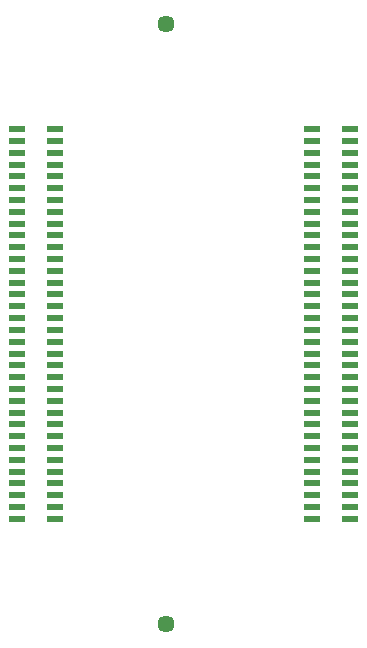
<source format=gbr>
%TF.GenerationSoftware,KiCad,Pcbnew,(5.1.9-0-10_14)*%
%TF.CreationDate,2021-04-19T13:57:32-04:00*%
%TF.ProjectId,backplane-prototype,6261636b-706c-4616-9e65-2d70726f746f,rev?*%
%TF.SameCoordinates,Original*%
%TF.FileFunction,Soldermask,Top*%
%TF.FilePolarity,Negative*%
%FSLAX46Y46*%
G04 Gerber Fmt 4.6, Leading zero omitted, Abs format (unit mm)*
G04 Created by KiCad (PCBNEW (5.1.9-0-10_14)) date 2021-04-19 13:57:32*
%MOMM*%
%LPD*%
G01*
G04 APERTURE LIST*
%ADD10C,1.450000*%
%ADD11R,1.370000X0.610000*%
G04 APERTURE END LIST*
D10*
%TO.C,J2*%
X148000000Y-80600000D03*
X148000000Y-131400000D03*
%TD*%
D11*
%TO.C,J1*%
X138550000Y-89500000D03*
X135348000Y-89500000D03*
X138550000Y-90500000D03*
X135348000Y-90500000D03*
X138550000Y-91500000D03*
X135348000Y-91500000D03*
X138550000Y-92500000D03*
X135348000Y-92500000D03*
X138550000Y-93500000D03*
X135348000Y-93500000D03*
X138550000Y-94500000D03*
X135348000Y-94500000D03*
X138550000Y-95500000D03*
X135348000Y-95500000D03*
X138550000Y-96500000D03*
X135348000Y-96500000D03*
X138550000Y-97500000D03*
X135348000Y-97500000D03*
X138550000Y-98500000D03*
X135348000Y-98500000D03*
X138550000Y-99500000D03*
X135348000Y-99500000D03*
X138550000Y-100500000D03*
X135348000Y-100500000D03*
X138550000Y-101500000D03*
X135348000Y-101500000D03*
X138550000Y-102500000D03*
X135348000Y-102500000D03*
X138550000Y-103500000D03*
X135348000Y-103500000D03*
X138550000Y-104500000D03*
X135348000Y-104500000D03*
X138550000Y-105500000D03*
X135348000Y-105500000D03*
X138550000Y-106500000D03*
X135348000Y-106500000D03*
X138550000Y-107500000D03*
X135348000Y-107500000D03*
X138550000Y-108500000D03*
X135348000Y-108500000D03*
X138550000Y-109500000D03*
X135348000Y-109500000D03*
X138550000Y-110500000D03*
X135348000Y-110500000D03*
X138550000Y-111500000D03*
X135348000Y-111500000D03*
X138550000Y-112500000D03*
X135348000Y-112500000D03*
X138550000Y-113500000D03*
X135348000Y-113500000D03*
X138550000Y-114500000D03*
X135348000Y-114500000D03*
X138550000Y-115500000D03*
X135348000Y-115500000D03*
X138550000Y-116500000D03*
X135348000Y-116500000D03*
X138550000Y-117500000D03*
X135348000Y-117500000D03*
X138550000Y-118500000D03*
X135348000Y-118500000D03*
X138550000Y-119500000D03*
X135348000Y-119500000D03*
X138550000Y-120500000D03*
X135348000Y-120500000D03*
X138550000Y-121500000D03*
X135348000Y-121500000D03*
X138550000Y-122500000D03*
X135348000Y-122500000D03*
%TD*%
%TO.C,J3*%
X160348000Y-122500000D03*
X163550000Y-122500000D03*
X160348000Y-121500000D03*
X163550000Y-121500000D03*
X160348000Y-120500000D03*
X163550000Y-120500000D03*
X160348000Y-119500000D03*
X163550000Y-119500000D03*
X160348000Y-118500000D03*
X163550000Y-118500000D03*
X160348000Y-117500000D03*
X163550000Y-117500000D03*
X160348000Y-116500000D03*
X163550000Y-116500000D03*
X160348000Y-115500000D03*
X163550000Y-115500000D03*
X160348000Y-114500000D03*
X163550000Y-114500000D03*
X160348000Y-113500000D03*
X163550000Y-113500000D03*
X160348000Y-112500000D03*
X163550000Y-112500000D03*
X160348000Y-111500000D03*
X163550000Y-111500000D03*
X160348000Y-110500000D03*
X163550000Y-110500000D03*
X160348000Y-109500000D03*
X163550000Y-109500000D03*
X160348000Y-108500000D03*
X163550000Y-108500000D03*
X160348000Y-107500000D03*
X163550000Y-107500000D03*
X160348000Y-106500000D03*
X163550000Y-106500000D03*
X160348000Y-105500000D03*
X163550000Y-105500000D03*
X160348000Y-104500000D03*
X163550000Y-104500000D03*
X160348000Y-103500000D03*
X163550000Y-103500000D03*
X160348000Y-102500000D03*
X163550000Y-102500000D03*
X160348000Y-101500000D03*
X163550000Y-101500000D03*
X160348000Y-100500000D03*
X163550000Y-100500000D03*
X160348000Y-99500000D03*
X163550000Y-99500000D03*
X160348000Y-98500000D03*
X163550000Y-98500000D03*
X160348000Y-97500000D03*
X163550000Y-97500000D03*
X160348000Y-96500000D03*
X163550000Y-96500000D03*
X160348000Y-95500000D03*
X163550000Y-95500000D03*
X160348000Y-94500000D03*
X163550000Y-94500000D03*
X160348000Y-93500000D03*
X163550000Y-93500000D03*
X160348000Y-92500000D03*
X163550000Y-92500000D03*
X160348000Y-91500000D03*
X163550000Y-91500000D03*
X160348000Y-90500000D03*
X163550000Y-90500000D03*
X160348000Y-89500000D03*
X163550000Y-89500000D03*
%TD*%
M02*

</source>
